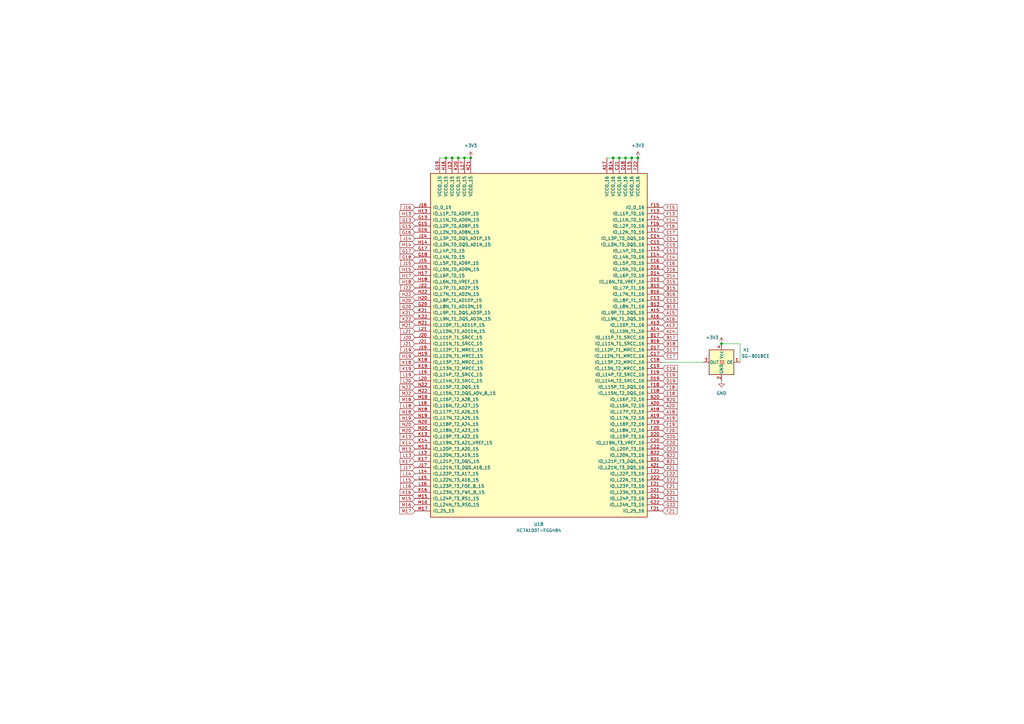
<source format=kicad_sch>
(kicad_sch (version 20231120) (generator "eeschema") (generator_version "8.0")
  (paper "A3")
  (junction (at 182.88 64.77))
  (junction (at 259.08 64.77))
  (junction (at 295.91 140.97))
  (junction (at 261.62 64.77))
  (junction (at 187.96 64.77))
  (junction (at 256.54 64.77))
  (junction (at 193.04 64.77))
  (junction (at 254 64.77))
  (junction (at 185.42 64.77))
  (junction (at 190.5 64.77))
  (junction (at 251.46 64.77))
  (wire (pts (xy 259.08 64.77) (xy 261.62 64.77)))
  (wire (pts (xy 185.42 64.77) (xy 187.96 64.77)))
  (wire (pts (xy 256.54 64.77) (xy 259.08 64.77)))
  (wire (pts (xy 180.34 64.77) (xy 182.88 64.77)))
  (wire (pts (xy 251.46 64.77) (xy 254 64.77)))
  (wire (pts (xy 182.88 64.77) (xy 185.42 64.77)))
  (wire (pts (xy 303.53 148.59) (xy 303.53 140.97)))
  (wire (pts (xy 271.78 148.59) (xy 288.29 148.59)))
  (wire (pts (xy 187.96 64.77) (xy 190.5 64.77)))
  (wire (pts (xy 303.53 140.97) (xy 295.91 140.97)))
  (wire (pts (xy 190.5 64.77) (xy 193.04 64.77)))
  (wire (pts (xy 248.92 64.77) (xy 251.46 64.77)))
  (wire (pts (xy 254 64.77) (xy 256.54 64.77)))
  (global_label "L21" (shape input) (at 170.18 135.89 180) (property "Intersheetrefs" "${INTERSHEET_REFS}" (effects (hide yes))))
  (global_label "F15" (shape input) (at 271.78 85.09 0) (property "Intersheetrefs" "${INTERSHEET_REFS}" (effects (hide yes))))
  (global_label "J19" (shape input) (at 170.18 143.51 180) (property "Intersheetrefs" "${INTERSHEET_REFS}" (effects (hide yes))))
  (global_label "C20" (shape input) (at 271.78 181.61 0) (property "Intersheetrefs" "${INTERSHEET_REFS}" (effects (hide yes))))
  (global_label "M13" (shape input) (at 170.18 184.15 180) (property "Intersheetrefs" "${INTERSHEET_REFS}" (effects (hide yes))))
  (global_label "A21" (shape input) (at 271.78 191.77 0) (property "Intersheetrefs" "${INTERSHEET_REFS}" (effects (hide yes))))
  (global_label "D19" (shape input) (at 271.78 156.21 0) (property "Intersheetrefs" "${INTERSHEET_REFS}" (effects (hide yes))))
  (global_label "C17" (shape input) (at 271.78 146.05 0) (property "Intersheetrefs" "${INTERSHEET_REFS}" (effects (hide yes))))
  (global_label "K19" (shape input) (at 170.18 151.13 180) (property "Intersheetrefs" "${INTERSHEET_REFS}" (effects (hide yes))))
  (global_label "K22" (shape input) (at 170.18 130.81 180) (property "Intersheetrefs" "${INTERSHEET_REFS}" (effects (hide yes))))
  (global_label "J14" (shape input) (at 170.18 97.79 180) (property "Intersheetrefs" "${INTERSHEET_REFS}" (effects (hide yes))))
  (global_label "H22" (shape input) (at 170.18 120.65 180) (property "Intersheetrefs" "${INTERSHEET_REFS}" (effects (hide yes))))
  (global_label "N22" (shape input) (at 170.18 158.75 180) (property "Intersheetrefs" "${INTERSHEET_REFS}" (effects (hide yes))))
  (global_label "J20" (shape input) (at 170.18 138.43 180) (property "Intersheetrefs" "${INTERSHEET_REFS}" (effects (hide yes))))
  (global_label "G16" (shape input) (at 170.18 95.25 180) (property "Intersheetrefs" "${INTERSHEET_REFS}" (effects (hide yes))))
  (global_label "L19" (shape input) (at 170.18 153.67 180) (property "Intersheetrefs" "${INTERSHEET_REFS}" (effects (hide yes))))
  (global_label "J22" (shape input) (at 170.18 118.11 180) (property "Intersheetrefs" "${INTERSHEET_REFS}" (effects (hide yes))))
  (global_label "G17" (shape input) (at 170.18 102.87 180) (property "Intersheetrefs" "${INTERSHEET_REFS}" (effects (hide yes))))
  (global_label "A13" (shape input) (at 271.78 133.35 0) (property "Intersheetrefs" "${INTERSHEET_REFS}" (effects (hide yes))))
  (global_label "F13" (shape input) (at 271.78 87.63 0) (property "Intersheetrefs" "${INTERSHEET_REFS}" (effects (hide yes))))
  (global_label "K13" (shape input) (at 170.18 179.07 180) (property "Intersheetrefs" "${INTERSHEET_REFS}" (effects (hide yes))))
  (global_label "G22" (shape input) (at 271.78 207.01 0) (property "Intersheetrefs" "${INTERSHEET_REFS}" (effects (hide yes))))
  (global_label "E19" (shape input) (at 271.78 153.67 0) (property "Intersheetrefs" "${INTERSHEET_REFS}" (effects (hide yes))))
  (global_label "J16" (shape input) (at 170.18 85.09 180) (property "Intersheetrefs" "${INTERSHEET_REFS}" (effects (hide yes))))
  (global_label "F18" (shape input) (at 271.78 158.75 0) (property "Intersheetrefs" "${INTERSHEET_REFS}" (effects (hide yes))))
  (global_label "E22" (shape input) (at 271.78 194.31 0) (property "Intersheetrefs" "${INTERSHEET_REFS}" (effects (hide yes))))
  (global_label "C13" (shape input) (at 271.78 123.19 0) (property "Intersheetrefs" "${INTERSHEET_REFS}" (effects (hide yes))))
  (global_label "H13" (shape input) (at 170.18 87.63 180) (property "Intersheetrefs" "${INTERSHEET_REFS}" (effects (hide yes))))
  (global_label "D15" (shape input) (at 271.78 115.57 0) (property "Intersheetrefs" "${INTERSHEET_REFS}" (effects (hide yes))))
  (global_label "E17" (shape input) (at 271.78 95.25 0) (property "Intersheetrefs" "${INTERSHEET_REFS}" (effects (hide yes))))
  (global_label "M20" (shape input) (at 170.18 176.53 180) (property "Intersheetrefs" "${INTERSHEET_REFS}" (effects (hide yes))))
  (global_label "G20" (shape input) (at 170.18 125.73 180) (property "Intersheetrefs" "${INTERSHEET_REFS}" (effects (hide yes))))
  (global_label "G15" (shape input) (at 170.18 92.71 180) (property "Intersheetrefs" "${INTERSHEET_REFS}" (effects (hide yes))))
  (global_label "G13" (shape input) (at 170.18 90.17 180) (property "Intersheetrefs" "${INTERSHEET_REFS}" (effects (hide yes))))
  (global_label "B16" (shape input) (at 271.78 120.65 0) (property "Intersheetrefs" "${INTERSHEET_REFS}" (effects (hide yes))))
  (global_label "K17" (shape input) (at 170.18 189.23 180) (property "Intersheetrefs" "${INTERSHEET_REFS}" (effects (hide yes))))
  (global_label "F19" (shape input) (at 271.78 173.99 0) (property "Intersheetrefs" "${INTERSHEET_REFS}" (effects (hide yes))))
  (global_label "C15" (shape input) (at 271.78 100.33 0) (property "Intersheetrefs" "${INTERSHEET_REFS}" (effects (hide yes))))
  (global_label "A16" (shape input) (at 271.78 130.81 0) (property "Intersheetrefs" "${INTERSHEET_REFS}" (effects (hide yes))))
  (global_label "B22" (shape input) (at 271.78 186.69 0) (property "Intersheetrefs" "${INTERSHEET_REFS}" (effects (hide yes))))
  (global_label "K21" (shape input) (at 170.18 128.27 180) (property "Intersheetrefs" "${INTERSHEET_REFS}" (effects (hide yes))))
  (global_label "E16" (shape input) (at 271.78 107.95 0) (property "Intersheetrefs" "${INTERSHEET_REFS}" (effects (hide yes))))
  (global_label "E21" (shape input) (at 271.78 199.39 0) (property "Intersheetrefs" "${INTERSHEET_REFS}" (effects (hide yes))))
  (global_label "N19" (shape input) (at 170.18 171.45 180) (property "Intersheetrefs" "${INTERSHEET_REFS}" (effects (hide yes))))
  (global_label "H17" (shape input) (at 170.18 113.03 180) (property "Intersheetrefs" "${INTERSHEET_REFS}" (effects (hide yes))))
  (global_label "H15" (shape input) (at 170.18 110.49 180) (property "Intersheetrefs" "${INTERSHEET_REFS}" (effects (hide yes))))
  (global_label "B13" (shape input) (at 271.78 125.73 0) (property "Intersheetrefs" "${INTERSHEET_REFS}" (effects (hide yes))))
  (global_label "B20" (shape input) (at 271.78 163.83 0) (property "Intersheetrefs" "${INTERSHEET_REFS}" (effects (hide yes))))
  (global_label "N18" (shape input) (at 170.18 168.91 180) (property "Intersheetrefs" "${INTERSHEET_REFS}" (effects (hide yes))))
  (global_label "K18" (shape input) (at 170.18 148.59 180) (property "Intersheetrefs" "${INTERSHEET_REFS}" (effects (hide yes))))
  (global_label "A19" (shape input) (at 271.78 171.45 0) (property "Intersheetrefs" "${INTERSHEET_REFS}" (effects (hide yes))))
  (global_label "N20" (shape input) (at 170.18 173.99 180) (property "Intersheetrefs" "${INTERSHEET_REFS}" (effects (hide yes))))
  (global_label "C22" (shape input) (at 271.78 184.15 0) (property "Intersheetrefs" "${INTERSHEET_REFS}" (effects (hide yes))))
  (global_label "D17" (shape input) (at 271.78 143.51 0) (property "Intersheetrefs" "${INTERSHEET_REFS}" (effects (hide yes))))
  (global_label "G21" (shape input) (at 271.78 204.47 0) (property "Intersheetrefs" "${INTERSHEET_REFS}" (effects (hide yes))))
  (global_label "J21" (shape input) (at 170.18 140.97 180) (property "Intersheetrefs" "${INTERSHEET_REFS}" (effects (hide yes))))
  (global_label "L13" (shape input) (at 170.18 186.69 180) (property "Intersheetrefs" "${INTERSHEET_REFS}" (effects (hide yes))))
  (global_label "M15" (shape input) (at 170.18 204.47 180) (property "Intersheetrefs" "${INTERSHEET_REFS}" (effects (hide yes))))
  (global_label "A15" (shape input) (at 271.78 128.27 0) (property "Intersheetrefs" "${INTERSHEET_REFS}" (effects (hide yes))))
  (global_label "D22" (shape input) (at 271.78 196.85 0) (property "Intersheetrefs" "${INTERSHEET_REFS}" (effects (hide yes))))
  (global_label "G18" (shape input) (at 170.18 105.41 180) (property "Intersheetrefs" "${INTERSHEET_REFS}" (effects (hide yes))))
  (global_label "F20" (shape input) (at 271.78 176.53 0) (property "Intersheetrefs" "${INTERSHEET_REFS}" (effects (hide yes))))
  (global_label "J15" (shape input) (at 170.18 107.95 180) (property "Intersheetrefs" "${INTERSHEET_REFS}" (effects (hide yes))))
  (global_label "H14" (shape input) (at 170.18 100.33 180) (property "Intersheetrefs" "${INTERSHEET_REFS}" (effects (hide yes))))
  (global_label "B21" (shape input) (at 271.78 189.23 0) (property "Intersheetrefs" "${INTERSHEET_REFS}" (effects (hide yes))))
  (global_label "E13" (shape input) (at 271.78 102.87 0) (property "Intersheetrefs" "${INTERSHEET_REFS}" (effects (hide yes))))
  (global_label "D20" (shape input) (at 271.78 179.07 0) (property "Intersheetrefs" "${INTERSHEET_REFS}" (effects (hide yes))))
  (global_label "E14" (shape input) (at 271.78 105.41 0) (property "Intersheetrefs" "${INTERSHEET_REFS}" (effects (hide yes))))
  (global_label "L20" (shape input) (at 170.18 156.21 180) (property "Intersheetrefs" "${INTERSHEET_REFS}" (effects (hide yes))))
  (global_label "F21" (shape input) (at 271.78 209.55 0) (property "Intersheetrefs" "${INTERSHEET_REFS}" (effects (hide yes))))
  (global_label "K16" (shape input) (at 170.18 201.93 180) (property "Intersheetrefs" "${INTERSHEET_REFS}" (effects (hide yes))))
  (global_label "L14" (shape input) (at 170.18 194.31 180) (property "Intersheetrefs" "${INTERSHEET_REFS}" (effects (hide yes))))
  (global_label "F16" (shape input) (at 271.78 92.71 0) (property "Intersheetrefs" "${INTERSHEET_REFS}" (effects (hide yes))))
  (global_label "B18" (shape input) (at 271.78 140.97 0) (property "Intersheetrefs" "${INTERSHEET_REFS}" (effects (hide yes))))
  (global_label "D14" (shape input) (at 271.78 113.03 0) (property "Intersheetrefs" "${INTERSHEET_REFS}" (effects (hide yes))))
  (global_label "L18" (shape input) (at 170.18 166.37 180) (property "Intersheetrefs" "${INTERSHEET_REFS}" (effects (hide yes))))
  (global_label "M17" (shape input) (at 170.18 209.55 180) (property "Intersheetrefs" "${INTERSHEET_REFS}" (effects (hide yes))))
  (global_label "K14" (shape input) (at 170.18 181.61 180) (property "Intersheetrefs" "${INTERSHEET_REFS}" (effects (hide yes))))
  (global_label "H19" (shape input) (at 170.18 146.05 180) (property "Intersheetrefs" "${INTERSHEET_REFS}" (effects (hide yes))))
  (global_label "L15" (shape input) (at 170.18 196.85 180) (property "Intersheetrefs" "${INTERSHEET_REFS}" (effects (hide yes))))
  (global_label "E18" (shape input) (at 271.78 161.29 0) (property "Intersheetrefs" "${INTERSHEET_REFS}" (effects (hide yes))))
  (global_label "H20" (shape input) (at 170.18 123.19 180) (property "Intersheetrefs" "${INTERSHEET_REFS}" (effects (hide yes))))
  (global_label "A20" (shape input) (at 271.78 166.37 0) (property "Intersheetrefs" "${INTERSHEET_REFS}" (effects (hide yes))))
  (global_label "C14" (shape input) (at 271.78 97.79 0) (property "Intersheetrefs" "${INTERSHEET_REFS}" (effects (hide yes))))
  (global_label "L16" (shape input) (at 170.18 199.39 180) (property "Intersheetrefs" "${INTERSHEET_REFS}" (effects (hide yes))))
  (global_label "M16" (shape input) (at 170.18 207.01 180) (property "Intersheetrefs" "${INTERSHEET_REFS}" (effects (hide yes))))
  (global_label "D21" (shape input) (at 271.78 201.93 0) (property "Intersheetrefs" "${INTERSHEET_REFS}" (effects (hide yes))))
  (global_label "H18" (shape input) (at 170.18 115.57 180) (property "Intersheetrefs" "${INTERSHEET_REFS}" (effects (hide yes))))
  (global_label "M21" (shape input) (at 170.18 133.35 180) (property "Intersheetrefs" "${INTERSHEET_REFS}" (effects (hide yes))))
  (global_label "D16" (shape input) (at 271.78 110.49 0) (property "Intersheetrefs" "${INTERSHEET_REFS}" (effects (hide yes))))
  (global_label "B17" (shape input) (at 271.78 138.43 0) (property "Intersheetrefs" "${INTERSHEET_REFS}" (effects (hide yes))))
  (global_label "F14" (shape input) (at 271.78 90.17 0) (property "Intersheetrefs" "${INTERSHEET_REFS}" (effects (hide yes))))
  (global_label "M18" (shape input) (at 170.18 163.83 180) (property "Intersheetrefs" "${INTERSHEET_REFS}" (effects (hide yes))))
  (global_label "J17" (shape input) (at 170.18 191.77 180) (property "Intersheetrefs" "${INTERSHEET_REFS}" (effects (hide yes))))
  (global_label "A18" (shape input) (at 271.78 168.91 0) (property "Intersheetrefs" "${INTERSHEET_REFS}" (effects (hide yes))))
  (global_label "M22" (shape input) (at 170.18 161.29 180) (property "Intersheetrefs" "${INTERSHEET_REFS}" (effects (hide yes))))
  (global_label "C19" (shape input) (at 271.78 151.13 0) (property "Intersheetrefs" "${INTERSHEET_REFS}" (effects (hide yes))))
  (global_label "A14" (shape input) (at 271.78 135.89 0) (property "Intersheetrefs" "${INTERSHEET_REFS}" (effects (hide yes))))
  (global_label "B15" (shape input) (at 271.78 118.11 0) (property "Intersheetrefs" "${INTERSHEET_REFS}" (effects (hide yes))))
  (symbol (lib_id "power:+3V3") (at 193.04 64.77 0) (unit 1)
    (property "Reference" "#PWR036" (effects (hide yes)))
    (property "Value" "+3V3" (at 193.04 59.69 0))
  )
  (symbol (lib_id "Oscillator:SG-5032CCN") (at 295.91 148.59 0) (mirror y) (unit 1)
    (property "Reference" "X1" (at 306.07 143.51 0))
    (property "Value" "SG-8018CE" (at 309.88 146.05 0))
    (property "Footprint" "Crystal:Crystal_SMD_3225-4Pin_3.2x2.5mm" (effects (hide yes)))
    (property "Datasheet" "https://support.epson.biz/td/api/doc_check.php?dl=brief_SG5032CCN&lang=en" (effects (hide yes)))
    (property "JLC Part" "C390488" (effects (hide yes)))
  )
  (symbol (lib_id "power:+3V3") (at 261.62 64.77 0) (unit 1)
    (property "Reference" "#PWR037" (effects (hide yes)))
    (property "Value" "+3V3" (at 261.62 59.69 0))
  )
  (symbol (lib_id "FPGA_Xilinx_Artix7:XC7A100T-FGG484") (at 220.98 138.43 0) (unit 2)
    (property "Reference" "U1" (at 220.98 215.011 0))
    (property "Value" "XC7A100T-FGG484" (at 220.98 217.551 0))
    (property "Footprint" "Package_BGA:Xilinx_FGG484" (effects (hide yes)))
  )
  (symbol (lib_id "power:+3V3") (at 295.91 140.97 0) (unit 1)
    (property "Reference" "#PWR051" (effects (hide yes)))
    (property "Value" "+3V3" (at 292.1 138.43 0))
  )
  (symbol (lib_id "power:GND") (at 295.91 156.21 0) (unit 1)
    (property "Reference" "#PWR052" (effects (hide yes)))
    (property "Value" "GND" (at 295.91 161.29 0))
  )
)
</source>
